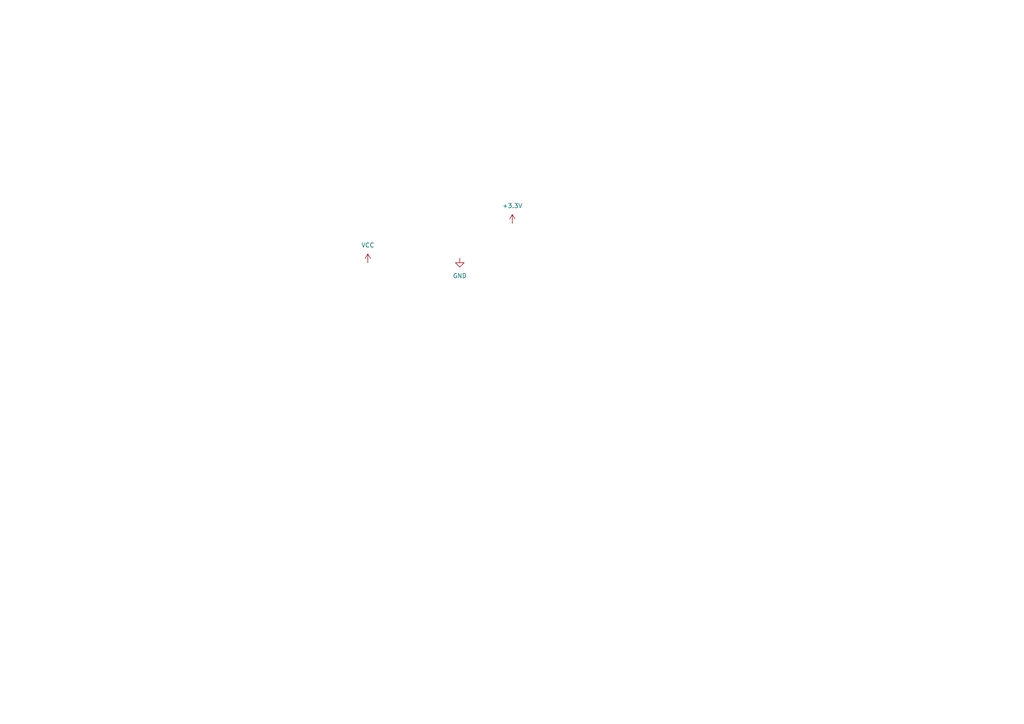
<source format=kicad_sch>
(kicad_sch
	(version 20250114)
	(generator "eeschema")
	(generator_version "9.0")
	(uuid "ca87ce47-ac28-4969-8d26-293dbd149f3b")
	(paper "A4")
	(lib_symbols
		(symbol "power:+3.3V"
			(power)
			(pin_numbers
				(hide yes)
			)
			(pin_names
				(offset 0)
				(hide yes)
			)
			(exclude_from_sim no)
			(in_bom yes)
			(on_board yes)
			(property "Reference" "#PWR"
				(at 0 -3.81 0)
				(effects
					(font
						(size 1.27 1.27)
					)
					(hide yes)
				)
			)
			(property "Value" "+3.3V"
				(at 0 3.556 0)
				(effects
					(font
						(size 1.27 1.27)
					)
				)
			)
			(property "Footprint" ""
				(at 0 0 0)
				(effects
					(font
						(size 1.27 1.27)
					)
					(hide yes)
				)
			)
			(property "Datasheet" ""
				(at 0 0 0)
				(effects
					(font
						(size 1.27 1.27)
					)
					(hide yes)
				)
			)
			(property "Description" "Power symbol creates a global label with name \"+3.3V\""
				(at 0 0 0)
				(effects
					(font
						(size 1.27 1.27)
					)
					(hide yes)
				)
			)
			(property "ki_keywords" "global power"
				(at 0 0 0)
				(effects
					(font
						(size 1.27 1.27)
					)
					(hide yes)
				)
			)
			(symbol "+3.3V_0_1"
				(polyline
					(pts
						(xy -0.762 1.27) (xy 0 2.54)
					)
					(stroke
						(width 0)
						(type default)
					)
					(fill
						(type none)
					)
				)
				(polyline
					(pts
						(xy 0 2.54) (xy 0.762 1.27)
					)
					(stroke
						(width 0)
						(type default)
					)
					(fill
						(type none)
					)
				)
				(polyline
					(pts
						(xy 0 0) (xy 0 2.54)
					)
					(stroke
						(width 0)
						(type default)
					)
					(fill
						(type none)
					)
				)
			)
			(symbol "+3.3V_1_1"
				(pin power_in line
					(at 0 0 90)
					(length 0)
					(name "~"
						(effects
							(font
								(size 1.27 1.27)
							)
						)
					)
					(number "1"
						(effects
							(font
								(size 1.27 1.27)
							)
						)
					)
				)
			)
			(embedded_fonts no)
		)
		(symbol "power:GND"
			(power)
			(pin_numbers
				(hide yes)
			)
			(pin_names
				(offset 0)
				(hide yes)
			)
			(exclude_from_sim no)
			(in_bom yes)
			(on_board yes)
			(property "Reference" "#PWR"
				(at 0 -6.35 0)
				(effects
					(font
						(size 1.27 1.27)
					)
					(hide yes)
				)
			)
			(property "Value" "GND"
				(at 0 -3.81 0)
				(effects
					(font
						(size 1.27 1.27)
					)
				)
			)
			(property "Footprint" ""
				(at 0 0 0)
				(effects
					(font
						(size 1.27 1.27)
					)
					(hide yes)
				)
			)
			(property "Datasheet" ""
				(at 0 0 0)
				(effects
					(font
						(size 1.27 1.27)
					)
					(hide yes)
				)
			)
			(property "Description" "Power symbol creates a global label with name \"GND\" , ground"
				(at 0 0 0)
				(effects
					(font
						(size 1.27 1.27)
					)
					(hide yes)
				)
			)
			(property "ki_keywords" "global power"
				(at 0 0 0)
				(effects
					(font
						(size 1.27 1.27)
					)
					(hide yes)
				)
			)
			(symbol "GND_0_1"
				(polyline
					(pts
						(xy 0 0) (xy 0 -1.27) (xy 1.27 -1.27) (xy 0 -2.54) (xy -1.27 -1.27) (xy 0 -1.27)
					)
					(stroke
						(width 0)
						(type default)
					)
					(fill
						(type none)
					)
				)
			)
			(symbol "GND_1_1"
				(pin power_in line
					(at 0 0 270)
					(length 0)
					(name "~"
						(effects
							(font
								(size 1.27 1.27)
							)
						)
					)
					(number "1"
						(effects
							(font
								(size 1.27 1.27)
							)
						)
					)
				)
			)
			(embedded_fonts no)
		)
		(symbol "power:VCC"
			(power)
			(pin_numbers
				(hide yes)
			)
			(pin_names
				(offset 0)
				(hide yes)
			)
			(exclude_from_sim no)
			(in_bom yes)
			(on_board yes)
			(property "Reference" "#PWR"
				(at 0 -3.81 0)
				(effects
					(font
						(size 1.27 1.27)
					)
					(hide yes)
				)
			)
			(property "Value" "VCC"
				(at 0 3.556 0)
				(effects
					(font
						(size 1.27 1.27)
					)
				)
			)
			(property "Footprint" ""
				(at 0 0 0)
				(effects
					(font
						(size 1.27 1.27)
					)
					(hide yes)
				)
			)
			(property "Datasheet" ""
				(at 0 0 0)
				(effects
					(font
						(size 1.27 1.27)
					)
					(hide yes)
				)
			)
			(property "Description" "Power symbol creates a global label with name \"VCC\""
				(at 0 0 0)
				(effects
					(font
						(size 1.27 1.27)
					)
					(hide yes)
				)
			)
			(property "ki_keywords" "global power"
				(at 0 0 0)
				(effects
					(font
						(size 1.27 1.27)
					)
					(hide yes)
				)
			)
			(symbol "VCC_0_1"
				(polyline
					(pts
						(xy -0.762 1.27) (xy 0 2.54)
					)
					(stroke
						(width 0)
						(type default)
					)
					(fill
						(type none)
					)
				)
				(polyline
					(pts
						(xy 0 2.54) (xy 0.762 1.27)
					)
					(stroke
						(width 0)
						(type default)
					)
					(fill
						(type none)
					)
				)
				(polyline
					(pts
						(xy 0 0) (xy 0 2.54)
					)
					(stroke
						(width 0)
						(type default)
					)
					(fill
						(type none)
					)
				)
			)
			(symbol "VCC_1_1"
				(pin power_in line
					(at 0 0 90)
					(length 0)
					(name "~"
						(effects
							(font
								(size 1.27 1.27)
							)
						)
					)
					(number "1"
						(effects
							(font
								(size 1.27 1.27)
							)
						)
					)
				)
			)
			(embedded_fonts no)
		)
	)
	(symbol
		(lib_id "power:+3.3V")
		(at 148.59 64.77 0)
		(unit 1)
		(exclude_from_sim no)
		(in_bom yes)
		(on_board yes)
		(dnp no)
		(fields_autoplaced yes)
		(uuid "2b105483-b590-4456-802f-52b57a2333b8")
		(property "Reference" "#PWR07"
			(at 148.59 68.58 0)
			(effects
				(font
					(size 1.27 1.27)
				)
				(hide yes)
			)
		)
		(property "Value" "+3.3V"
			(at 148.59 59.69 0)
			(effects
				(font
					(size 1.27 1.27)
				)
			)
		)
		(property "Footprint" ""
			(at 148.59 64.77 0)
			(effects
				(font
					(size 1.27 1.27)
				)
				(hide yes)
			)
		)
		(property "Datasheet" ""
			(at 148.59 64.77 0)
			(effects
				(font
					(size 1.27 1.27)
				)
				(hide yes)
			)
		)
		(property "Description" "Power symbol creates a global label with name \"+3.3V\""
			(at 148.59 64.77 0)
			(effects
				(font
					(size 1.27 1.27)
				)
				(hide yes)
			)
		)
		(pin "1"
			(uuid "2c3480dc-ff84-4454-983d-ddf872083bc7")
		)
		(instances
			(project ""
				(path "/066fc511-7226-4630-beb0-d4fa33de32d6/227805ad-6854-4fac-b49d-b9bcad28a53d"
					(reference "#PWR07")
					(unit 1)
				)
			)
		)
	)
	(symbol
		(lib_id "power:VCC")
		(at 106.68 76.2 0)
		(unit 1)
		(exclude_from_sim no)
		(in_bom yes)
		(on_board yes)
		(dnp no)
		(fields_autoplaced yes)
		(uuid "6a3d58c3-4ad1-4081-b690-984b952e1a63")
		(property "Reference" "#PWR05"
			(at 106.68 80.01 0)
			(effects
				(font
					(size 1.27 1.27)
				)
				(hide yes)
			)
		)
		(property "Value" "VCC"
			(at 106.68 71.12 0)
			(effects
				(font
					(size 1.27 1.27)
				)
			)
		)
		(property "Footprint" ""
			(at 106.68 76.2 0)
			(effects
				(font
					(size 1.27 1.27)
				)
				(hide yes)
			)
		)
		(property "Datasheet" ""
			(at 106.68 76.2 0)
			(effects
				(font
					(size 1.27 1.27)
				)
				(hide yes)
			)
		)
		(property "Description" "Power symbol creates a global label with name \"VCC\""
			(at 106.68 76.2 0)
			(effects
				(font
					(size 1.27 1.27)
				)
				(hide yes)
			)
		)
		(pin "1"
			(uuid "3a6a0b27-206a-4ec6-9f5b-80683664725f")
		)
		(instances
			(project ""
				(path "/066fc511-7226-4630-beb0-d4fa33de32d6/227805ad-6854-4fac-b49d-b9bcad28a53d"
					(reference "#PWR05")
					(unit 1)
				)
			)
		)
	)
	(symbol
		(lib_id "power:GND")
		(at 133.35 74.93 0)
		(unit 1)
		(exclude_from_sim no)
		(in_bom yes)
		(on_board yes)
		(dnp no)
		(fields_autoplaced yes)
		(uuid "c776ab19-0143-4b9f-b7a5-677d9a0c18fb")
		(property "Reference" "#PWR06"
			(at 133.35 81.28 0)
			(effects
				(font
					(size 1.27 1.27)
				)
				(hide yes)
			)
		)
		(property "Value" "GND"
			(at 133.35 80.01 0)
			(effects
				(font
					(size 1.27 1.27)
				)
			)
		)
		(property "Footprint" ""
			(at 133.35 74.93 0)
			(effects
				(font
					(size 1.27 1.27)
				)
				(hide yes)
			)
		)
		(property "Datasheet" ""
			(at 133.35 74.93 0)
			(effects
				(font
					(size 1.27 1.27)
				)
				(hide yes)
			)
		)
		(property "Description" "Power symbol creates a global label with name \"GND\" , ground"
			(at 133.35 74.93 0)
			(effects
				(font
					(size 1.27 1.27)
				)
				(hide yes)
			)
		)
		(pin "1"
			(uuid "648c538b-0088-417b-aba3-5b81260728b6")
		)
		(instances
			(project ""
				(path "/066fc511-7226-4630-beb0-d4fa33de32d6/227805ad-6854-4fac-b49d-b9bcad28a53d"
					(reference "#PWR06")
					(unit 1)
				)
			)
		)
	)
)

</source>
